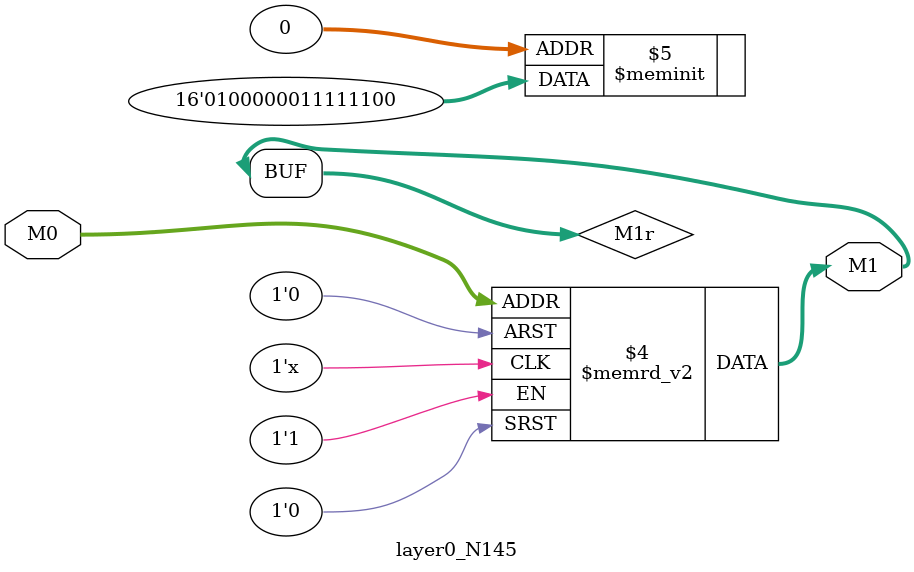
<source format=v>
module layer0_N145 ( input [2:0] M0, output [1:0] M1 );

	(*rom_style = "distributed" *) reg [1:0] M1r;
	assign M1 = M1r;
	always @ (M0) begin
		case (M0)
			3'b000: M1r = 2'b00;
			3'b100: M1r = 2'b00;
			3'b010: M1r = 2'b11;
			3'b110: M1r = 2'b00;
			3'b001: M1r = 2'b11;
			3'b101: M1r = 2'b00;
			3'b011: M1r = 2'b11;
			3'b111: M1r = 2'b01;

		endcase
	end
endmodule

</source>
